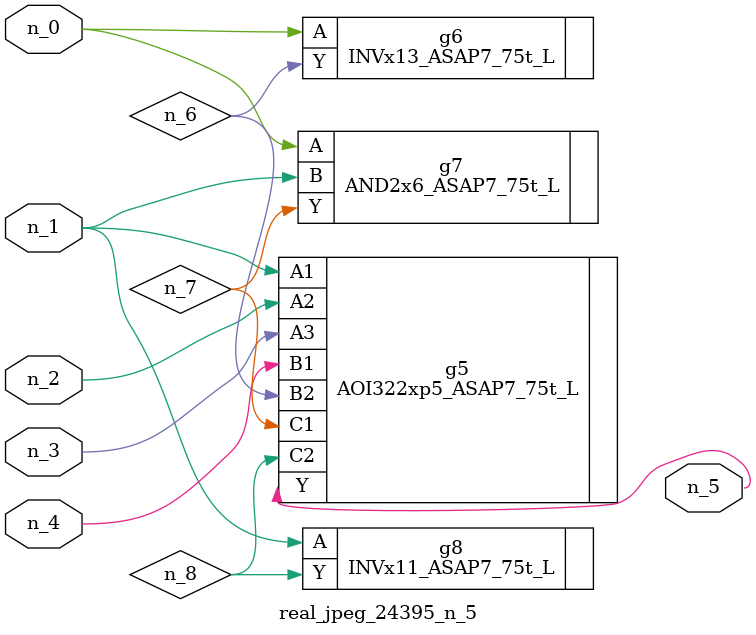
<source format=v>
module real_jpeg_24395_n_5 (n_4, n_0, n_1, n_2, n_3, n_5);

input n_4;
input n_0;
input n_1;
input n_2;
input n_3;

output n_5;

wire n_8;
wire n_6;
wire n_7;

INVx13_ASAP7_75t_L g6 ( 
.A(n_0),
.Y(n_6)
);

AND2x6_ASAP7_75t_L g7 ( 
.A(n_0),
.B(n_1),
.Y(n_7)
);

AOI322xp5_ASAP7_75t_L g5 ( 
.A1(n_1),
.A2(n_2),
.A3(n_3),
.B1(n_4),
.B2(n_6),
.C1(n_7),
.C2(n_8),
.Y(n_5)
);

INVx11_ASAP7_75t_L g8 ( 
.A(n_1),
.Y(n_8)
);


endmodule
</source>
